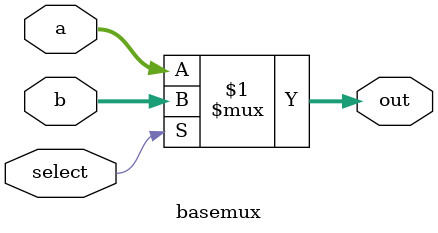
<source format=v>
/*
Basic 2:1 32-bit multiplexer unit
*/
module basemux(a, b, select, out);
input select;
input [31:0] a, b;
output [31:0] out;

//output a if select = true, b if select = false
assign out = select ? b : a;
endmodule
</source>
